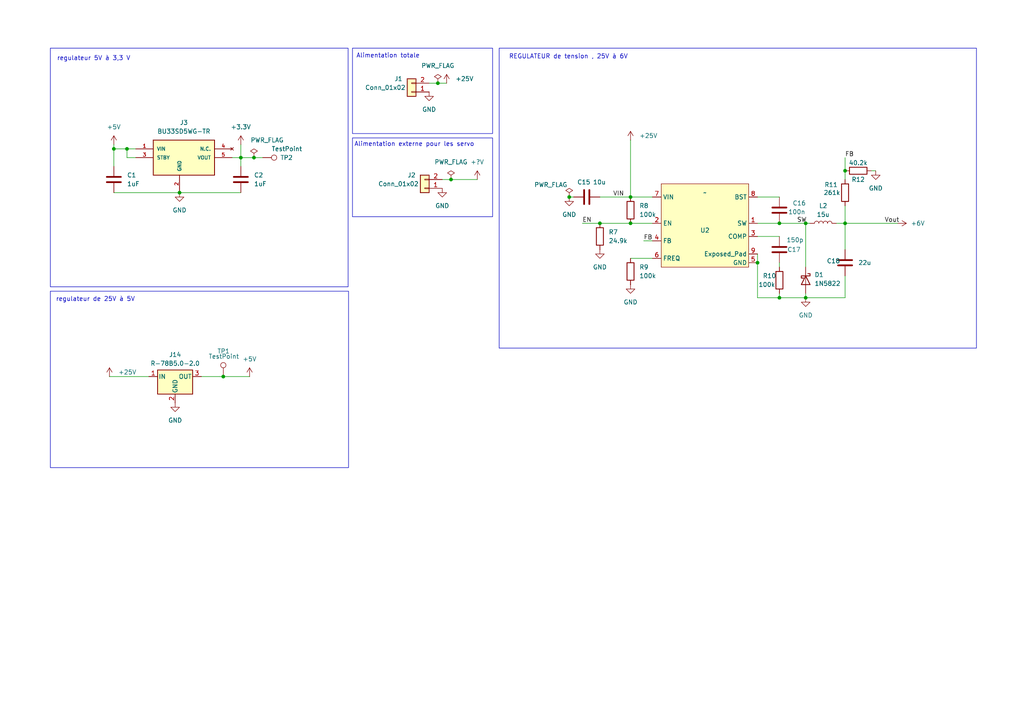
<source format=kicad_sch>
(kicad_sch (version 20250114) (generator "eeschema") (generator_version "9.0")
  (paper "A4")
  (lib_symbols
    (symbol "BU33SD5WG-TR:BU33SD5WG-TR" (pin_names (offset 1.016))
      (property "Reference" "PS1" (at 13.97 7.62 0))
      (property "Value" "BU33SD5WG-TR" (at 13.97 5.08 0))
      (symbol "BU33SD5WG-TR_0_0"
        (rectangle (start 5.08 -7.62) (end 22.86 2.54) (stroke (width 0.254)) (fill (type background)))
        (pin bidirectional line (at 0 0 0) (length 5.08) (name "VIN") (number "1"))
        (pin bidirectional line (at 0 -2.54 0) (length 5.08) (name "STBY") (number "3"))
        (pin bidirectional line (at 12.7 -12.7 90) (length 5.08) (name "GND") (number "2"))
        (pin no_connect line (at 27.94 0 180) (length 5.08) (name "N.C.") (number "4"))
        (pin bidirectional line (at 27.94 -2.54 180) (length 5.08) (name "VOUT") (number "5"))
      )
    )
    (symbol "Connector:TestPoint" (pin_numbers (hide yes)) (pin_names (offset 0.762) (hide yes))
      (property "Reference" "TP" (at 0 6.858 0))
      (property "Value" "TestPoint" (at 0 5.08 0))
      (symbol "TestPoint_0_1"
        (circle (center 0 3.302) (radius 0.762))
      )
      (symbol "TestPoint_1_1"
        (pin passive line (at 0 0 90) (length 2.54) (name "1") (number "1"))
      )
    )
    (symbol "Connector_Generic:Conn_01x02" (pin_names (offset 1.016) (hide yes))
      (property "Reference" "J" (at 0 2.54 0))
      (property "Value" "Conn_01x02" (at 0 -5.08 0))
      (symbol "Conn_01x02_1_1"
        (rectangle (start -1.27 1.27) (end 1.27 -3.81) (stroke (width 0.254)) (fill (type background)))
        (rectangle (start -1.27 0.127) (end 0 -0.127) (stroke (width 0.1524)))
        (rectangle (start -1.27 -2.413) (end 0 -2.667) (stroke (width 0.1524)))
        (pin passive line (at -5.08 0 0) (length 3.81) (name "Pin_1") (number "1"))
        (pin passive line (at -5.08 -2.54 0) (length 3.81) (name "Pin_2") (number "2"))
      )
    )
    (symbol "Device:C" (pin_numbers (hide yes)) (pin_names (offset 0.254))
      (property "Reference" "C" (at 0.635 2.54 0))
      (property "Value" "C" (at 0.635 -2.54 0))
      (symbol "C_0_1"
        (polyline (pts (xy -2.032 0.762) (xy 2.032 0.762)) (stroke (width 0.508)))
        (polyline (pts (xy -2.032 -0.762) (xy 2.032 -0.762)) (stroke (width 0.508)))
      )
      (symbol "C_1_1"
        (pin passive line (at 0 3.81 270) (length 2.794) (name "~") (number "1"))
        (pin passive line (at 0 -3.81 90) (length 2.794) (name "~") (number "2"))
      )
    )
    (symbol "Device:L" (pin_numbers (hide yes)) (pin_names (offset 1.016) (hide yes))
      (property "Reference" "L" (at -1.27 0 90))
      (property "Value" "L" (at 1.905 0 90))
      (symbol "L_0_1"
        (arc (start 0 2.54) (mid 0.6323 1.905) (end 0 1.27))
        (arc (start 0 1.27) (mid 0.6323 0.635) (end 0 0))
        (arc (start 0 0) (mid 0.6323 -0.635) (end 0 -1.27))
        (arc (start 0 -1.27) (mid 0.6323 -1.905) (end 0 -2.54))
      )
      (symbol "L_1_1"
        (pin passive line (at 0 3.81 270) (length 1.27) (name "1") (number "1"))
        (pin passive line (at 0 -3.81 90) (length 1.27) (name "2") (number "2"))
      )
    )
    (symbol "Device:R" (pin_numbers (hide yes)) (pin_names (offset 0))
      (property "Reference" "R" (at 2.032 0 90))
      (property "Value" "R" (at 0 0 90))
      (symbol "R_0_1"
        (rectangle (start -1.016 -2.54) (end 1.016 2.54) (stroke (width 0.254)))
      )
      (symbol "R_1_1"
        (pin passive line (at 0 3.81 270) (length 1.27) (name "~") (number "1"))
        (pin passive line (at 0 -3.81 90) (length 1.27) (name "~") (number "2"))
      )
    )
    (symbol "Diode:1N5822" (pin_numbers (hide yes)) (pin_names (offset 1.016) (hide yes))
      (property "Reference" "D" (at 0 2.54 0))
      (property "Value" "1N5822" (at 0 -2.54 0))
      (symbol "1N5822_0_1"
        (polyline (pts (xy -1.905 0.635) (xy -1.905 1.27) (xy -1.27 1.27) (xy -1.27 -1.27) (xy -0.635 -1.27) (xy -0.635 -0.635)) (stroke (width 0.254)))
        (polyline (pts (xy 1.27 1.27) (xy 1.27 -1.27) (xy -1.27 0) (xy 1.27 1.27)) (stroke (width 0.254)))
        (polyline (pts (xy 1.27 0) (xy -1.27 0)))
      )
      (symbol "1N5822_1_1"
        (pin passive line (at -3.81 0 0) (length 2.54) (name "K") (number "1"))
        (pin passive line (at 3.81 0 180) (length 2.54) (name "A") (number "2"))
      )
    )
    (symbol "GND_3" (power) (pin_numbers (hide yes)) (pin_names (offset 0) (hide yes))
      (property "Value" "GND" (at 0 -3.81 0))
      (symbol "GND_3_0_1"
        (polyline (pts (xy 0 0) (xy 0 -1.27) (xy 1.27 -1.27) (xy 0 -2.54) (xy -1.27 -1.27) (xy 0 -1.27)))
      )
      (symbol "GND_3_1_1"
        (pin power_in line (at 0 0 270) (length 0) (name "~") (number "1"))
      )
    )
    (symbol "MP1584:MP1584EN-LF-Z"
      (property "Reference" "U" (at 0 0 0))
      (symbol "MP1584EN-LF-Z_1_1"
        (rectangle (start -12.7 13.97) (end 12.7 -10.16) (fill (type color) (color 255 255 194 1)))
        (pin bidirectional line (at -15.24 10.16 0) (length 2.54) (name "VIN") (number "7"))
        (pin bidirectional line (at -15.24 2.54 0) (length 2.54) (name "EN") (number "2"))
        (pin bidirectional line (at -15.24 -2.54 0) (length 2.54) (name "FB") (number "4"))
        (pin bidirectional line (at -15.24 -7.62 0) (length 2.54) (name "FREQ") (number "6"))
        (pin bidirectional line (at 15.24 10.16 180) (length 2.54) (name "BST") (number "8"))
        (pin bidirectional line (at 15.24 2.54 180) (length 2.54) (name "SW") (number "1"))
        (pin bidirectional line (at 15.24 -1.27 180) (length 2.54) (name "COMP") (number "3"))
        (pin bidirectional line (at 15.24 -6.35 180) (length 2.54) (name "Exposed_Pad") (number "9"))
        (pin bidirectional line (at 15.24 -8.89 180) (length 2.54) (name "GND") (number "5"))
      )
    )
    (symbol "Regulator_Switching:R-78B5.0-2.0" (pin_names (offset 0.254))
      (property "Reference" "U" (at -3.81 3.175 0))
      (property "Value" "R-78B5.0-2.0" (at 0 3.175 0))
      (symbol "R-78B5.0-2.0_0_1"
        (rectangle (start -5.08 1.905) (end 5.08 -5.08) (stroke (width 0.254)) (fill (type background)))
      )
      (symbol "R-78B5.0-2.0_1_1"
        (pin power_in line (at -7.62 0 0) (length 2.54) (name "IN") (number "1"))
        (pin power_in line (at 0 -7.62 90) (length 2.54) (name "GND") (number "2"))
        (pin power_out line (at 7.62 0 180) (length 2.54) (name "OUT") (number "3"))
      )
    )
    (symbol "power:+3.3V" (power) (pin_numbers (hide yes)) (pin_names (offset 0) (hide yes))
      (property "Value" "+3.3V" (at 0 3.556 0))
      (symbol "+3.3V_0_1"
        (polyline (pts (xy -0.762 1.27) (xy 0 2.54)))
        (polyline (pts (xy 0 2.54) (xy 0.762 1.27)))
        (polyline (pts (xy 0 0) (xy 0 2.54)))
      )
      (symbol "+3.3V_1_1"
        (pin power_in line (at 0 0 90) (length 0) (name "~") (number "1"))
      )
    )
    (symbol "power:+5V" (power) (pin_numbers (hide yes)) (pin_names (offset 0) (hide yes))
      (property "Value" "+5V" (at 0 3.556 0))
      (symbol "+5V_0_1"
        (polyline (pts (xy -0.762 1.27) (xy 0 2.54)))
        (polyline (pts (xy 0 2.54) (xy 0.762 1.27)))
        (polyline (pts (xy 0 0) (xy 0 2.54)))
      )
      (symbol "+5V_1_1"
        (pin power_in line (at 0 0 90) (length 0) (name "~") (number "1"))
      )
    )
    (symbol "power:+7.5V" (power) (pin_numbers (hide yes)) (pin_names (offset 0) (hide yes))
      (property "Value" "+7.5V" (at 0 3.556 0))
      (symbol "+7.5V_0_1"
        (polyline (pts (xy -0.762 1.27) (xy 0 2.54)))
        (polyline (pts (xy 0 2.54) (xy 0.762 1.27)))
        (polyline (pts (xy 0 0) (xy 0 2.54)))
      )
      (symbol "+7.5V_1_1"
        (pin power_in line (at 0 0 90) (length 0) (name "~") (number "1"))
      )
    )
    (symbol "power:GND" (power) (pin_numbers (hide yes)) (pin_names (offset 0) (hide yes))
      (property "Value" "GND" (at 0 -3.81 0))
      (symbol "GND_0_1"
        (polyline (pts (xy 0 0) (xy 0 -1.27) (xy 1.27 -1.27) (xy 0 -2.54) (xy -1.27 -1.27) (xy 0 -1.27)))
      )
      (symbol "GND_1_1"
        (pin power_in line (at 0 0 270) (length 0) (name "~") (number "1"))
      )
    )
    (symbol "power:PWR_FLAG" (power) (pin_numbers (hide yes)) (pin_names (offset 0) (hide yes))
      (property "Value" "PWR_FLAG" (at 0 3.81 0))
      (symbol "PWR_FLAG_0_0"
        (pin power_out line (at 0 0 90) (length 0) (name "~") (number "1"))
      )
      (symbol "PWR_FLAG_0_1"
        (polyline (pts (xy 0 0) (xy 0 1.27) (xy -1.016 1.905) (xy 0 2.54) (xy 1.016 1.905) (xy 0 1.27)))
      )
    )
  )
  (rectangle (start 102.235 13.97) (end 142.875 38.735))
  (rectangle (start 14.605 13.97) (end 100.965 83.185))
  (rectangle (start 14.605 84.455) (end 101.092 135.636))
  (rectangle (start 144.78 13.97) (end 283.21 100.965))
  (rectangle (start 102.235 40.005) (end 142.875 62.865))
  (text "regulateur 5V à 3,3 V\n" (at 27.178 17.018 0) (effects (font (size 1.27 1.27))))
  (text "Alimentation externe pour les servo \n" (at 120.65 41.91 0) (effects (font (size 1.27 1.27))))
  (text "REGULATEUR de tension , 25V à 6V \n" (at 165.354 16.51 0) (effects (font (size 1.27 1.27))))
  (text "regulateur de 25V à 5V\n" (at 27.686 86.868 0) (effects (font (size 1.27 1.27))))
  (text "Alimentation totale \n" (at 113.03 16.256 0) (effects (font (size 1.27 1.27))))
  (junction (at 127 24.13))
  (junction (at 226.06 86.36))
  (junction (at 245.11 64.77))
  (junction (at 64.77 109.22))
  (junction (at 233.68 64.77))
  (junction (at 36.83 43.18))
  (junction (at 233.68 86.36))
  (junction (at 245.11 49.53))
  (junction (at 130.81 52.07))
  (junction (at 219.71 76.2))
  (junction (at 52.07 55.88))
  (junction (at 73.66 45.72))
  (junction (at 69.85 45.72))
  (junction (at 226.06 64.77))
  (junction (at 173.99 64.77))
  (junction (at 33.02 43.18))
  (junction (at 182.88 57.15))
  (junction (at 165.1 57.15))
  (junction (at 182.88 64.77))
  (wire (pts (xy 245.11 59.69) (xy 245.11 64.77)))
  (wire (pts (xy 36.83 43.18) (xy 39.37 43.18)))
  (wire (pts (xy 76.2 45.72) (xy 73.66 45.72)))
  (wire (pts (xy 226.06 76.2) (xy 226.06 77.47)))
  (wire (pts (xy 127 24.13) (xy 124.46 24.13)))
  (wire (pts (xy 233.68 86.36) (xy 245.11 86.36)))
  (wire (pts (xy 254 49.53) (xy 252.73 49.53)))
  (wire (pts (xy 69.85 45.72) (xy 69.85 48.26)))
  (wire (pts (xy 182.88 74.93) (xy 189.23 74.93)))
  (wire (pts (xy 219.71 86.36) (xy 226.06 86.36)))
  (wire (pts (xy 226.06 57.15) (xy 219.71 57.15)))
  (wire (pts (xy 67.31 45.72) (xy 69.85 45.72)))
  (wire (pts (xy 73.66 45.72) (xy 69.85 45.72)))
  (wire (pts (xy 219.71 73.66) (xy 219.71 76.2)))
  (wire (pts (xy 226.06 64.77) (xy 233.68 64.77)))
  (wire (pts (xy 138.43 52.07) (xy 130.81 52.07)))
  (wire (pts (xy 245.11 72.39) (xy 245.11 64.77)))
  (wire (pts (xy 245.11 64.77) (xy 260.35 64.77)))
  (wire (pts (xy 168.91 64.77) (xy 173.99 64.77)))
  (wire (pts (xy 130.81 52.07) (xy 128.27 52.07)))
  (wire (pts (xy 173.99 57.15) (xy 182.88 57.15)))
  (wire (pts (xy 33.02 43.18) (xy 36.83 43.18)))
  (wire (pts (xy 33.02 55.88) (xy 52.07 55.88)))
  (wire (pts (xy 182.88 57.15) (xy 189.23 57.15)))
  (wire (pts (xy 69.85 41.91) (xy 69.85 45.72)))
  (wire (pts (xy 245.11 45.72) (xy 245.11 49.53)))
  (wire (pts (xy 36.83 45.72) (xy 39.37 45.72)))
  (wire (pts (xy 52.07 55.88) (xy 69.85 55.88)))
  (wire (pts (xy 219.71 68.58) (xy 226.06 68.58)))
  (wire (pts (xy 219.71 76.2) (xy 219.71 86.36)))
  (wire (pts (xy 233.68 86.36) (xy 226.06 86.36)))
  (wire (pts (xy 226.06 64.77) (xy 219.71 64.77)))
  (wire (pts (xy 245.11 80.01) (xy 245.11 86.36)))
  (wire (pts (xy 173.99 64.77) (xy 182.88 64.77)))
  (wire (pts (xy 233.68 77.47) (xy 233.68 64.77)))
  (wire (pts (xy 242.57 64.77) (xy 245.11 64.77)))
  (wire (pts (xy 58.42 109.22) (xy 64.77 109.22)))
  (wire (pts (xy 182.88 64.77) (xy 189.23 64.77)))
  (wire (pts (xy 129.54 24.13) (xy 127 24.13)))
  (wire (pts (xy 33.02 41.91) (xy 33.02 43.18)))
  (wire (pts (xy 166.37 57.15) (xy 165.1 57.15)))
  (wire (pts (xy 36.83 43.18) (xy 36.83 45.72)))
  (wire (pts (xy 226.06 85.09) (xy 226.06 86.36)))
  (wire (pts (xy 186.69 69.85) (xy 189.23 69.85)))
  (wire (pts (xy 233.68 64.77) (xy 234.95 64.77)))
  (wire (pts (xy 245.11 49.53) (xy 245.11 52.07)))
  (wire (pts (xy 31.75 109.22) (xy 43.18 109.22)))
  (wire (pts (xy 33.02 43.18) (xy 33.02 48.26)))
  (wire (pts (xy 233.68 85.09) (xy 233.68 86.36)))
  (wire (pts (xy 182.88 40.64) (xy 182.88 57.15)))
  (wire (pts (xy 72.39 109.22) (xy 64.77 109.22)))
  (label "FB" (at 245.11 45.72 0))
  (label "FB" (at 186.69 69.85 0))
  (label "Vout" (at 256.54 64.77 0))
  (label "EN" (at 168.91 64.77 0))
  (label "SW" (at 231.14 64.77 0))
  (label "VIN" (at 177.8 57.15 0))
  (symbol (lib_id "power:GND") (at 124.46 26.67 0) (unit 1)
    (property "Reference" "#PWR07" (effects (hide yes)))
    (property "Value" "GND" (at 124.46 31.75 0))
    (property "Description" "Power symbol creates a global label with name \"GND\" , ground" (effects (hide yes)))
  )
  (symbol (lib_id "Device:C") (at 226.06 72.39 0) (unit 1)
    (property "Reference" "C17" (at 228.346 72.39 0) (effects (justify left)))
    (property "Value" "150p" (at 228.092 69.596 0) (effects (justify left)))
    (property "Footprint" "Capacitor_SMD:C_0603_1608Metric" (effects (hide yes)))
    (property "Description" "Unpolarized capacitor" (effects (hide yes)))
  )
  (symbol (lib_id "power:+7.5V") (at 129.54 24.13 0) (unit 1)
    (property "Reference" "#PWR06" (effects (hide yes)))
    (property "Value" "+25V" (at 132.08 22.8599 0) (effects (justify left)))
    (property "Description" "Power symbol creates a global label with name \"+7.5V\"" (effects (hide yes)))
  )
  (symbol (lib_id "power:GND") (at 128.27 54.61 0) (unit 1)
    (property "Reference" "#PWR02" (effects (hide yes)))
    (property "Value" "GND" (at 128.27 59.69 0))
    (property "Description" "Power symbol creates a global label with name \"GND\" , ground" (effects (hide yes)))
  )
  (symbol (lib_id "power:PWR_FLAG") (at 165.1 57.15 0) (unit 1)
    (property "Reference" "#FLG05" (effects (hide yes)))
    (property "Value" "PWR_FLAG" (at 159.766 53.594 0))
    (property "Description" "Special symbol for telling ERC where power comes from" (effects (hide yes)))
  )
  (symbol (lib_id "power:GND") (at 182.88 82.55 0) (unit 1)
    (property "Reference" "#PWR037" (effects (hide yes)))
    (property "Value" "GND" (at 182.88 87.63 0))
    (property "Description" "Power symbol creates a global label with name \"GND\" , ground" (effects (hide yes)))
  )
  (symbol (lib_id "power:PWR_FLAG") (at 73.66 45.72 0) (unit 1)
    (property "Reference" "#FLG02" (effects (hide yes)))
    (property "Value" "PWR_FLAG" (at 77.47 40.64 0))
    (property "Description" "Special symbol for telling ERC where power comes from" (effects (hide yes)))
  )
  (symbol (lib_id "power:+5V") (at 33.02 41.91 0) (unit 1)
    (property "Reference" "#PWR08" (effects (hide yes)))
    (property "Value" "+5V" (at 33.02 36.83 0))
    (property "Description" "Power symbol creates a global label with name \"+5V\"" (effects (hide yes)))
  )
  (symbol (lib_id "Connector:TestPoint") (at 64.77 109.22 0) (unit 1)
    (property "Reference" "TP1" (at 62.992 101.854 0) (effects (justify left)))
    (property "Value" "TestPoint" (at 60.452 103.378 0) (effects (justify left)))
    (property "Footprint" "TestPoint:TestPoint_Pad_D1.0mm" (effects (hide yes)))
    (property "Description" "test point" (effects (hide yes)))
  )
  (symbol (lib_id "power:+7.5V") (at 31.75 109.22 0) (unit 1)
    (property "Reference" "#PWR054" (effects (hide yes)))
    (property "Value" "+25V" (at 34.29 107.9499 0) (effects (justify left)))
    (property "Description" "Power symbol creates a global label with name \"+7.5V\"" (effects (hide yes)))
  )
  (symbol (lib_name "GND_3") (lib_id "power:GND") (at 50.8 116.84 0) (unit 1)
    (property "Reference" "#PWR042" (effects (hide yes)))
    (property "Value" "GND" (at 50.8 121.92 0))
    (property "Description" "Power symbol creates a global label with name \"GND\" , ground" (effects (hide yes)))
  )
  (symbol (lib_id "Connector:TestPoint") (at 76.2 45.72 270) (unit 1)
    (property "Reference" "TP2" (at 81.28 45.72 90) (effects (justify left)))
    (property "Value" "TestPoint" (at 78.74 43.18 90) (effects (justify left)))
    (property "Footprint" "TestPoint:TestPoint_Pad_D1.0mm" (effects (hide yes)))
    (property "Description" "test point" (effects (hide yes)))
  )
  (symbol (lib_id "Device:C") (at 245.11 76.2 0) (unit 1)
    (property "Reference" "C18" (at 239.776 75.692 0) (effects (justify left)))
    (property "Value" "22u" (at 248.92 76.2 0) (effects (justify left)))
    (property "Footprint" "Capacitor_SMD:C_0805_2012Metric" (effects (hide yes)))
    (property "Description" "Unpolarized capacitor" (effects (hide yes)))
  )
  (symbol (lib_id "Regulator_Switching:R-78B5.0-2.0") (at 50.8 109.22 0) (unit 1)
    (property "Reference" "J14" (at 50.8 102.87 0))
    (property "Value" "R-78B5.0-2.0" (at 50.8 105.41 0))
    (property "Footprint" "Converter_DCDC:Converter_DCDC_RECOM_R-78B-2.0_THT" (effects (hide yes)))
    (property "Datasheet" "https://www.recom-power.com/pdf/Innoline/R-78Bxx-2.0.pdf" (effects (hide yes)))
    (property "Description" "2A Step-Down DC/DC-Regulator, 6.5-32V input, 5.0V fixed Output Voltage, LM78xx replacement, -40°C to +85°C, SIP3" (effects (hide yes)))
  )
  (symbol (lib_id "Device:R") (at 245.11 55.88 180) (unit 1)
    (property "Reference" "R11" (at 241.046 53.594 0))
    (property "Value" "261k" (at 241.3 55.88 0))
    (property "Footprint" "Resistor_SMD:R_0603_1608Metric" (effects (hide yes)))
    (property "Description" "Resistor" (effects (hide yes)))
  )
  (symbol (lib_id "power:GND") (at 233.68 86.36 0) (unit 1)
    (property "Reference" "#PWR038" (effects (hide yes)))
    (property "Value" "GND" (at 233.68 91.44 0))
    (property "Description" "Power symbol creates a global label with name \"GND\" , ground" (effects (hide yes)))
  )
  (symbol (lib_id "Device:R") (at 173.99 68.58 0) (unit 1)
    (property "Reference" "R7" (at 176.53 67.3099 0) (effects (justify left)))
    (property "Value" "24.9k" (at 176.53 69.8499 0) (effects (justify left)))
    (property "Footprint" "Resistor_SMD:R_0603_1608Metric" (effects (hide yes)))
    (property "Description" "Resistor" (effects (hide yes)))
  )
  (symbol (lib_id "Device:L") (at 238.76 64.77 90) (unit 1)
    (property "Reference" "L2" (at 238.76 59.69 90))
    (property "Value" "15u" (at 238.76 62.23 90))
    (property "Footprint" "Inductor_SMD:L_12x12mm_H4.5mm" (effects (hide yes)))
    (property "Description" "Inductor" (effects (hide yes)))
  )
  (symbol (lib_id "Device:R") (at 226.06 81.28 0) (unit 1)
    (property "Reference" "R10" (at 221.234 80.01 0) (effects (justify left)))
    (property "Value" "100k" (at 219.964 82.55 0) (effects (justify left)))
    (property "Footprint" "Resistor_SMD:R_0603_1608Metric" (effects (hide yes)))
    (property "Description" "Resistor" (effects (hide yes)))
  )
  (symbol (lib_id "Device:C") (at 69.85 52.07 0) (unit 1)
    (property "Reference" "C2" (at 73.66 50.7999 0) (effects (justify left)))
    (property "Value" "1uF" (at 73.66 53.3399 0) (effects (justify left)))
    (property "Footprint" "Capacitor_SMD:C_0603_1608Metric_Pad1.08x0.95mm_HandSolder" (effects (hide yes)))
    (property "Description" "Unpolarized capacitor" (effects (hide yes)))
  )
  (symbol (lib_id "power:PWR_FLAG") (at 130.81 52.07 0) (unit 1)
    (property "Reference" "#FLG07" (effects (hide yes)))
    (property "Value" "PWR_FLAG" (at 130.81 46.99 0))
    (property "Description" "Special symbol for telling ERC where power comes from" (effects (hide yes)))
  )
  (symbol (lib_id "power:GND") (at 52.07 55.88 0) (unit 1)
    (property "Reference" "#PWR09" (effects (hide yes)))
    (property "Value" "GND" (at 52.07 60.96 0))
    (property "Description" "Power symbol creates a global label with name \"GND\" , ground" (effects (hide yes)))
  )
  (symbol (lib_id "power:GND") (at 173.99 72.39 0) (unit 1)
    (property "Reference" "#PWR029" (effects (hide yes)))
    (property "Value" "GND" (at 173.99 77.47 0))
    (property "Description" "Power symbol creates a global label with name \"GND\" , ground" (effects (hide yes)))
  )
  (symbol (lib_id "Device:R") (at 182.88 78.74 0) (unit 1)
    (property "Reference" "R9" (at 185.42 77.4699 0) (effects (justify left)))
    (property "Value" "100k" (at 185.42 80.0099 0) (effects (justify left)))
    (property "Footprint" "Resistor_SMD:R_0603_1608Metric" (effects (hide yes)))
    (property "Description" "Resistor" (effects (hide yes)))
  )
  (symbol (lib_id "Device:C") (at 33.02 52.07 0) (unit 1)
    (property "Reference" "C1" (at 36.83 50.7999 0) (effects (justify left)))
    (property "Value" "1uF" (at 36.83 53.3399 0) (effects (justify left)))
    (property "Footprint" "Capacitor_SMD:C_0603_1608Metric_Pad1.08x0.95mm_HandSolder" (effects (hide yes)))
    (property "Description" "Unpolarized capacitor" (effects (hide yes)))
  )
  (symbol (lib_id "power:GND") (at 165.1 57.15 0) (unit 1)
    (property "Reference" "#PWR028" (effects (hide yes)))
    (property "Value" "GND" (at 165.1 62.23 0))
    (property "Description" "Power symbol creates a global label with name \"GND\" , ground" (effects (hide yes)))
  )
  (symbol (lib_id "Device:C") (at 226.06 60.96 0) (unit 1)
    (property "Reference" "C16" (at 229.87 58.928 0) (effects (justify left)))
    (property "Value" "100n" (at 228.6 61.468 0) (effects (justify left)))
    (property "Footprint" "Capacitor_SMD:C_0603_1608Metric" (effects (hide yes)))
    (property "Description" "Unpolarized capacitor" (effects (hide yes)))
  )
  (symbol (lib_id "power:PWR_FLAG") (at 127 24.13 0) (unit 1)
    (property "Reference" "#FLG06" (effects (hide yes)))
    (property "Value" "PWR_FLAG" (at 127 19.05 0))
    (property "Description" "Special symbol for telling ERC where power comes from" (effects (hide yes)))
  )
  (symbol (lib_id "power:+3.3V") (at 72.39 109.22 0) (unit 1)
    (property "Reference" "#PWR043" (effects (hide yes)))
    (property "Value" "+5V" (at 72.39 104.14 0))
    (property "Description" "Power symbol creates a global label with name \"+3.3V\"" (effects (hide yes)))
  )
  (symbol (lib_id "MP1584:MP1584EN-LF-Z") (at 204.47 67.31 0) (unit 1)
    (property "Reference" "U2" (at 204.47 66.802 0))
    (property "Value" "~" (at 204.47 55.88 0))
    (property "Footprint" "convertiseeur:MP1584-SOICP8" (effects (hide yes)))
    (property "Datasheet" "kicad-embed://MP1584.PDF" (effects (hide yes)))
  )
  (symbol (lib_id "power:+7.5V") (at 138.43 52.07 0) (unit 1)
    (property "Reference" "#PWR01" (effects (hide yes)))
    (property "Value" "+?V" (at 138.43 46.99 0))
    (property "Description" "Power symbol creates a global label with name \"+7.5V\"" (effects (hide yes)))
  )
  (symbol (lib_id "Diode:1N5822") (at 233.68 81.28 270) (unit 1)
    (property "Reference" "D1" (at 236.22 79.6924 90) (effects (justify left)))
    (property "Value" "1N5822" (at 236.22 82.2324 90) (effects (justify left)))
    (property "Footprint" "Diode_SMD:D_SMB" (effects (hide yes)))
    (property "Datasheet" "http://www.vishay.com/docs/88526/1n5820.pdf" (effects (hide yes)))
    (property "Description" "40V 3A Schottky Barrier Rectifier Diode, DO-201AD" (effects (hide yes)))
  )
  (symbol (lib_id "Device:C") (at 170.18 57.15 270) (unit 1)
    (property "Reference" "C15" (at 167.386 52.832 90) (effects (justify left)))
    (property "Value" "10u" (at 171.958 52.832 90) (effects (justify left)))
    (property "Footprint" "Capacitor_SMD:C_0603_1608Metric" (effects (hide yes)))
    (property "Description" "Unpolarized capacitor" (effects (hide yes)))
  )
  (symbol (lib_id "power:GND") (at 254 49.53 0) (unit 1)
    (property "Reference" "#PWR039" (effects (hide yes)))
    (property "Value" "GND" (at 254 54.61 0))
    (property "Description" "Power symbol creates a global label with name \"GND\" , ground" (effects (hide yes)))
  )
  (symbol (lib_id "Device:R") (at 182.88 60.96 0) (unit 1)
    (property "Reference" "R8" (at 185.42 59.6899 0) (effects (justify left)))
    (property "Value" "100k" (at 185.42 62.2299 0) (effects (justify left)))
    (property "Footprint" "Resistor_SMD:R_0603_1608Metric" (effects (hide yes)))
    (property "Description" "Resistor" (effects (hide yes)))
  )
  (symbol (lib_id "Connector_Generic:Conn_01x02") (at 123.19 54.61 180) (unit 1)
    (property "Reference" "J2" (at 119.38 50.8 0))
    (property "Value" "Conn_01x02" (at 115.57 53.34 0))
    (property "Footprint" "Connector_JST:JST_XH_B2B-XH-A_1x02_P2.50mm_Vertical" (effects (hide yes)))
    (property "Description" "Generic connector, single row, 01x02, script generated (kicad-library-utils/schlib/autogen/connector/)" (effects (hide yes)))
  )
  (symbol (lib_id "Connector_Generic:Conn_01x02") (at 119.38 26.67 180) (unit 1)
    (property "Reference" "J1" (at 115.57 22.86 0))
    (property "Value" "Conn_01x02" (at 111.76 25.4 0))
    (property "Footprint" "Connector_JST:JST_XH_B2B-XH-A_1x02_P2.50mm_Vertical" (effects (hide yes)))
    (property "Description" "Generic connector, single row, 01x02, script generated (kicad-library-utils/schlib/autogen/connector/)" (effects (hide yes)))
  )
  (symbol (lib_id "power:+3.3V") (at 69.85 41.91 0) (unit 1)
    (property "Reference" "#PWR012" (effects (hide yes)))
    (property "Value" "+3.3V" (at 69.85 36.83 0))
    (property "Description" "Power symbol creates a global label with name \"+3.3V\"" (effects (hide yes)))
  )
  (symbol (lib_id "Device:R") (at 248.92 49.53 270) (unit 1)
    (property "Reference" "R12" (at 248.92 52.07 90))
    (property "Value" "40.2k" (at 248.92 47.244 90))
    (property "Footprint" "Resistor_SMD:R_0603_1608Metric" (effects (hide yes)))
    (property "Description" "Resistor" (effects (hide yes)))
  )
  (symbol (lib_id "power:+7.5V") (at 182.88 40.64 0) (unit 1)
    (property "Reference" "#PWR036" (effects (hide yes)))
    (property "Value" "+25V" (at 185.42 39.3699 0) (effects (justify left)))
    (property "Description" "Power symbol creates a global label with name \"+7.5V\"" (effects (hide yes)))
  )
  (symbol (lib_id "power:+5V") (at 260.35 64.77 270) (unit 1)
    (property "Reference" "#PWR040" (effects (hide yes)))
    (property "Value" "+6V" (at 264.16 64.7699 90) (effects (justify left)))
    (property "Description" "Power symbol creates a global label with name \"+5V\"" (effects (hide yes)))
  )
  (symbol (lib_id "BU33SD5WG-TR:BU33SD5WG-TR") (at 39.37 43.18 0) (unit 1)
    (property "Reference" "J3" (at 53.34 35.56 0))
    (property "Value" "BU33SD5WG-TR" (at 53.34 38.1 0))
    (property "Footprint" "Package_TO_SOT_SMD:SOT-23-5" (effects (hide yes)))
    (property "Manufacturer_Name" "ROHM Semiconductor" (effects (hide yes)))
    (property "MF" "Rohm" (effects (hide yes)))
    (property "Mouser_Price-Stock" "https://www.mouser.co.uk/ProductDetail/ROHM-Semiconductor/BU33SD5WG-TR?qs=%2FKR40Cd6GUrQDzRkUEt69Q%3D%3D" (effects (hide yes)))
    (property "Description_1" "\n                        \n                            Linear Voltage Regulator IC Positive Fixed 1 Output  500mA 5-SSOP\n                        \n" (effects (hide yes)))
    (property "Mouser_Part_Number" "755-BU33SD5WG-TR" (effects (hide yes)))
    (property "Price" "None" (effects (hide yes)))
    (property "Package" "SSOP-5 Rohm" (effects (hide yes)))
    (property "Check_prices" "https://www.snapeda.com/parts/BU33SD5WG-TR/Rohm/view-part/?ref=eda" (effects (hide yes)))
    (property "Height" "1.25mm" (effects (hide yes)))
    (property "MP" "BU33SD5WG-TR" (effects (hide yes)))
    (property "SnapEDA_Link" "https://www.snapeda.com/parts/BU33SD5WG-TR/Rohm/view-part/?ref=snap" (effects (hide yes)))
    (property "Availability" "In Stock" (effects (hide yes)))
    (property "Manufacturer_Part_Number" "BU33SD5WG-TR" (effects (hide yes)))
  )
)
</source>
